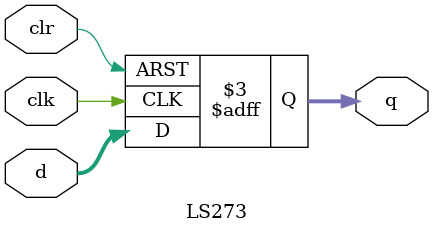
<source format=sv>
module LS191(
  input logic CTEN, DU, clk, load,
  input logic a, b, c, d,
  output logic MaxMin, RCO,
  output logic qa, qb, qc, qd);
  
  logic [3:0] q;
  logic [3:0] data;
  
  // Increment or decrement data accordingly
  always_comb
    case({CTEN, DU})
      2'b01 : data[3:0] = q[3:0] - 1;
      2'b00 : data[3:0] = q[3:0] + 1;
      2'b1x : data[3:0] = q[3:0];
    endcase
  
  // If nededge load, set output to input. On clock, set normally.
  always_ff @(negedge load, posedge clk) begin
    if(~load) q[3:0] <= {d,c,b,a};
    else q[3:0] <= data[3:0];
  end
  
  assign {qd,qc,qb,qa} = q[3:0];
  
  // Set MaxMin
  always_comb begin
    if((q[3:0] == 4'b1111 & ~DU) | (q[3:0] == 4'b0000 & DU))
      MaxMin = 1;
    else
      MaxMin = 0;
  end
  
  // Set RCO
  always_comb begin
    if(MaxMin & CTEN & ~clk)
      RCO = 0;
    else
      RCO = 1;
  end      
endmodule

// Left-right shift register
module LS194(
  input logic clr, clk,
  input logic s0, s1,
  input logic SR, SL,
  input logic a, b, c, d,
  output logic qa, qb, qc, qd);
  
  logic [3:0] data;
  
  always_comb
    case({s1, s0})
      2'b00 : data[3:0] = q[3:0];
      2'b11 : data[3:0] = {a, b, c, d};
      2'b01 : data[3:0] = {SR, a, b, c};
      2'b10 : data[3:0] = {b, c, d, SL};
    endcase
    
  always_ff @(negedge clr, posedge clk) begin
    if(~clr) {qa, qb, qc, qd} <= 4'd0;
    else {qa, qb, qc, qd} <= data[3:0];
  end
endmodule

// 8-bit flip-flop
module LS273(
  input logic [7:0] d,
  input logic clk, clr,
  output logic [7:0] q);
  
  always_ff @(negedge clr, posedge clk) begin
    if(~clr) q[7:0] <= 8'h0;
    else q[7:0] <= d[7:0];
  end
  
endmodule
</source>
